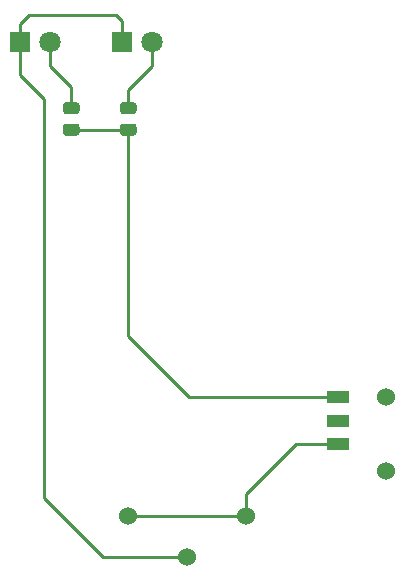
<source format=gbr>
%TF.GenerationSoftware,KiCad,Pcbnew,(5.1.9-0-10_14)*%
%TF.CreationDate,2021-10-18T10:10:58-07:00*%
%TF.ProjectId,cat_pcb_2,6361745f-7063-4625-9f32-2e6b69636164,rev?*%
%TF.SameCoordinates,Original*%
%TF.FileFunction,Copper,L2,Bot*%
%TF.FilePolarity,Positive*%
%FSLAX46Y46*%
G04 Gerber Fmt 4.6, Leading zero omitted, Abs format (unit mm)*
G04 Created by KiCad (PCBNEW (5.1.9-0-10_14)) date 2021-10-18 10:10:58*
%MOMM*%
%LPD*%
G01*
G04 APERTURE LIST*
%TA.AperFunction,ComponentPad*%
%ADD10C,1.524000*%
%TD*%
%TA.AperFunction,SMDPad,CuDef*%
%ADD11R,1.900000X1.000000*%
%TD*%
%TA.AperFunction,ComponentPad*%
%ADD12C,1.800000*%
%TD*%
%TA.AperFunction,ComponentPad*%
%ADD13R,1.800000X1.800000*%
%TD*%
%TA.AperFunction,Conductor*%
%ADD14C,0.250000*%
%TD*%
G04 APERTURE END LIST*
D10*
%TO.P,BAT1,POS2*%
%TO.N,+BATT*%
X154018000Y-109728000D03*
%TO.P,BAT1,NEG*%
%TO.N,GND*%
X149018000Y-113198001D03*
%TO.P,BAT1,POS1*%
%TO.N,+BATT*%
X144018000Y-109728000D03*
%TD*%
%TO.P,SW1,*%
%TO.N,*%
X165862000Y-99632000D03*
X165862000Y-105882000D03*
D11*
%TO.P,SW1,1*%
%TO.N,Net-(R1-Pad1)*%
X161812000Y-99632000D03*
%TO.P,SW1,2*%
%TO.N,Net-(SW1-Pad2)*%
X161798000Y-101632000D03*
%TO.P,SW1,3*%
%TO.N,+BATT*%
X161798000Y-103632000D03*
%TD*%
%TO.P,R2,2*%
%TO.N,Net-(D2-Pad2)*%
%TA.AperFunction,SMDPad,CuDef*%
G36*
G01*
X144468001Y-75696500D02*
X143567999Y-75696500D01*
G75*
G02*
X143318000Y-75446501I0J249999D01*
G01*
X143318000Y-74921499D01*
G75*
G02*
X143567999Y-74671500I249999J0D01*
G01*
X144468001Y-74671500D01*
G75*
G02*
X144718000Y-74921499I0J-249999D01*
G01*
X144718000Y-75446501D01*
G75*
G02*
X144468001Y-75696500I-249999J0D01*
G01*
G37*
%TD.AperFunction*%
%TO.P,R2,1*%
%TO.N,Net-(R1-Pad1)*%
%TA.AperFunction,SMDPad,CuDef*%
G36*
G01*
X144468001Y-77521500D02*
X143567999Y-77521500D01*
G75*
G02*
X143318000Y-77271501I0J249999D01*
G01*
X143318000Y-76746499D01*
G75*
G02*
X143567999Y-76496500I249999J0D01*
G01*
X144468001Y-76496500D01*
G75*
G02*
X144718000Y-76746499I0J-249999D01*
G01*
X144718000Y-77271501D01*
G75*
G02*
X144468001Y-77521500I-249999J0D01*
G01*
G37*
%TD.AperFunction*%
%TD*%
%TO.P,R1,2*%
%TO.N,Net-(D1-Pad2)*%
%TA.AperFunction,SMDPad,CuDef*%
G36*
G01*
X139642001Y-75696500D02*
X138741999Y-75696500D01*
G75*
G02*
X138492000Y-75446501I0J249999D01*
G01*
X138492000Y-74921499D01*
G75*
G02*
X138741999Y-74671500I249999J0D01*
G01*
X139642001Y-74671500D01*
G75*
G02*
X139892000Y-74921499I0J-249999D01*
G01*
X139892000Y-75446501D01*
G75*
G02*
X139642001Y-75696500I-249999J0D01*
G01*
G37*
%TD.AperFunction*%
%TO.P,R1,1*%
%TO.N,Net-(R1-Pad1)*%
%TA.AperFunction,SMDPad,CuDef*%
G36*
G01*
X139642001Y-77521500D02*
X138741999Y-77521500D01*
G75*
G02*
X138492000Y-77271501I0J249999D01*
G01*
X138492000Y-76746499D01*
G75*
G02*
X138741999Y-76496500I249999J0D01*
G01*
X139642001Y-76496500D01*
G75*
G02*
X139892000Y-76746499I0J-249999D01*
G01*
X139892000Y-77271501D01*
G75*
G02*
X139642001Y-77521500I-249999J0D01*
G01*
G37*
%TD.AperFunction*%
%TD*%
D12*
%TO.P,D2,2*%
%TO.N,Net-(D2-Pad2)*%
X146050000Y-69596000D03*
D13*
%TO.P,D2,1*%
%TO.N,GND*%
X143510000Y-69596000D03*
%TD*%
D12*
%TO.P,D1,2*%
%TO.N,Net-(D1-Pad2)*%
X137414000Y-69596000D03*
D13*
%TO.P,D1,1*%
%TO.N,GND*%
X134874000Y-69596000D03*
%TD*%
D14*
%TO.N,+BATT*%
X144018000Y-109728000D02*
X154018000Y-109728000D01*
X158242000Y-103632000D02*
X161798000Y-103632000D01*
X154018000Y-107856000D02*
X158242000Y-103632000D01*
X154018000Y-109728000D02*
X154018000Y-107856000D01*
%TO.N,GND*%
X143510000Y-69596000D02*
X143510000Y-67818000D01*
X143510000Y-67818000D02*
X143002000Y-67310000D01*
X143002000Y-67310000D02*
X135636000Y-67310000D01*
X134874000Y-68072000D02*
X134874000Y-69596000D01*
X135636000Y-67310000D02*
X134874000Y-68072000D01*
X136906000Y-108204000D02*
X141900001Y-113198001D01*
X141900001Y-113198001D02*
X149018000Y-113198001D01*
X134874000Y-72390000D02*
X136906000Y-74422000D01*
X136906000Y-74422000D02*
X136906000Y-108204000D01*
X134874000Y-69596000D02*
X134874000Y-72390000D01*
%TO.N,Net-(D1-Pad2)*%
X137414000Y-69596000D02*
X137414000Y-71628000D01*
X139192000Y-73406000D02*
X139192000Y-75184000D01*
X137414000Y-71628000D02*
X139192000Y-73406000D01*
%TO.N,Net-(D2-Pad2)*%
X146050000Y-69596000D02*
X146050000Y-71628000D01*
X144018000Y-73660000D02*
X144018000Y-75184000D01*
X146050000Y-71628000D02*
X144018000Y-73660000D01*
%TO.N,Net-(R1-Pad1)*%
X139192000Y-77009000D02*
X144018000Y-77009000D01*
X144018000Y-77009000D02*
X144018000Y-94488000D01*
X149162000Y-99632000D02*
X161812000Y-99632000D01*
X144018000Y-94488000D02*
X149162000Y-99632000D01*
%TD*%
M02*

</source>
